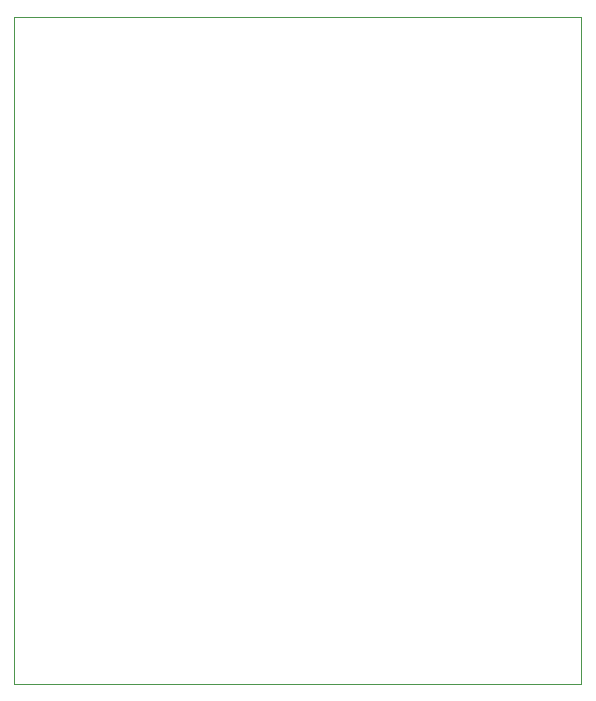
<source format=gbr>
%TF.GenerationSoftware,KiCad,Pcbnew,8.0.6*%
%TF.CreationDate,2024-11-27T15:15:38-08:00*%
%TF.ProjectId,DeskCleanerRobot,4465736b-436c-4656-916e-6572526f626f,rev?*%
%TF.SameCoordinates,Original*%
%TF.FileFunction,Profile,NP*%
%FSLAX46Y46*%
G04 Gerber Fmt 4.6, Leading zero omitted, Abs format (unit mm)*
G04 Created by KiCad (PCBNEW 8.0.6) date 2024-11-27 15:15:38*
%MOMM*%
%LPD*%
G01*
G04 APERTURE LIST*
%TA.AperFunction,Profile*%
%ADD10C,0.038100*%
%TD*%
G04 APERTURE END LIST*
D10*
X144500000Y-30000000D02*
X144500000Y-86500000D01*
X144500000Y-86500000D02*
X96500000Y-86500000D01*
X96500000Y-30000000D02*
X144500000Y-30000000D01*
X96500000Y-86500000D02*
X96500000Y-30000000D01*
M02*

</source>
